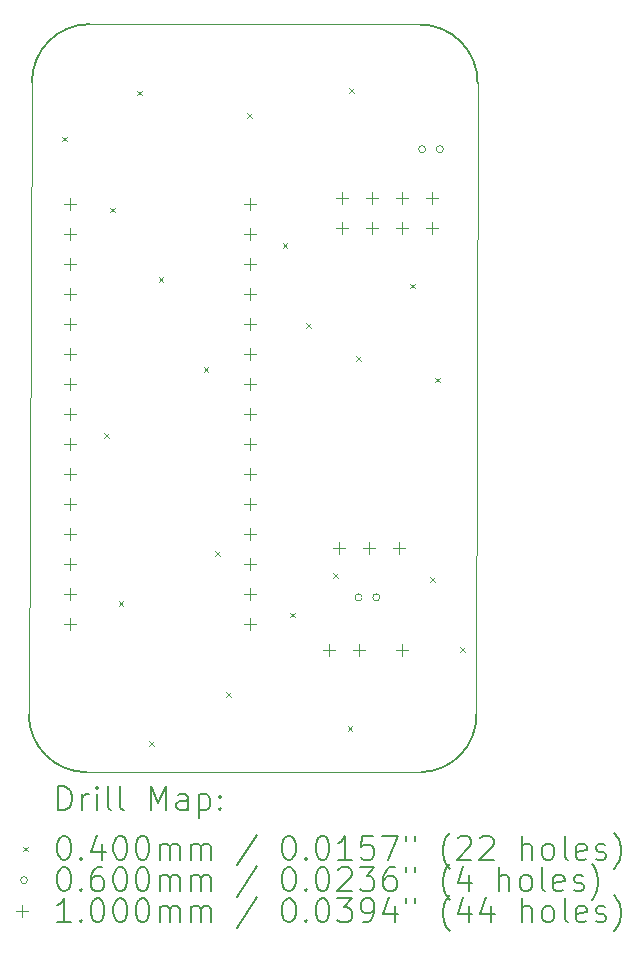
<source format=gbr>
%TF.GenerationSoftware,KiCad,Pcbnew,7.0.7*%
%TF.CreationDate,2023-10-16T17:55:10+02:00*%
%TF.ProjectId,arduino-nano-radio-receiver,61726475-696e-46f2-9d6e-616e6f2d7261,0*%
%TF.SameCoordinates,Original*%
%TF.FileFunction,Drillmap*%
%TF.FilePolarity,Positive*%
%FSLAX45Y45*%
G04 Gerber Fmt 4.5, Leading zero omitted, Abs format (unit mm)*
G04 Created by KiCad (PCBNEW 7.0.7) date 2023-10-16 17:55:10*
%MOMM*%
%LPD*%
G01*
G04 APERTURE LIST*
%ADD10C,0.100000*%
%ADD11C,0.200000*%
%ADD12C,0.040000*%
%ADD13C,0.060000*%
G04 APERTURE END LIST*
D10*
X7920000Y-8950000D02*
X7946482Y-3596482D01*
D11*
X8436482Y-3106482D02*
G75*
G03*
X7946482Y-3596482I0J-490000D01*
G01*
D10*
X8436482Y-3106482D02*
X11230000Y-3109974D01*
X8410000Y-9440000D02*
X11240000Y-9440000D01*
X11720000Y-3605000D02*
X11710008Y-8950400D01*
D11*
X11720000Y-3605000D02*
G75*
G03*
X11230000Y-3109974I-490000J5000D01*
G01*
X7920000Y-8950000D02*
G75*
G03*
X8410000Y-9440000I490000J0D01*
G01*
X11240000Y-9440000D02*
G75*
G03*
X11710008Y-8950400I-10000J480000D01*
G01*
D12*
X8200000Y-4060000D02*
X8240000Y-4100000D01*
X8240000Y-4060000D02*
X8200000Y-4100000D01*
X8560000Y-6570000D02*
X8600000Y-6610000D01*
X8600000Y-6570000D02*
X8560000Y-6610000D01*
X8610000Y-4660000D02*
X8650000Y-4700000D01*
X8650000Y-4660000D02*
X8610000Y-4700000D01*
X8680000Y-7990000D02*
X8720000Y-8030000D01*
X8720000Y-7990000D02*
X8680000Y-8030000D01*
X8840000Y-3670000D02*
X8880000Y-3710000D01*
X8880000Y-3670000D02*
X8840000Y-3710000D01*
X8940000Y-9180000D02*
X8980000Y-9220000D01*
X8980000Y-9180000D02*
X8940000Y-9220000D01*
X9020000Y-5250000D02*
X9060000Y-5290000D01*
X9060000Y-5250000D02*
X9020000Y-5290000D01*
X9400000Y-6010000D02*
X9440000Y-6050000D01*
X9440000Y-6010000D02*
X9400000Y-6050000D01*
X9500000Y-7570000D02*
X9540000Y-7610000D01*
X9540000Y-7570000D02*
X9500000Y-7610000D01*
X9590000Y-8760000D02*
X9630000Y-8800000D01*
X9630000Y-8760000D02*
X9590000Y-8800000D01*
X9770000Y-3860000D02*
X9810000Y-3900000D01*
X9810000Y-3860000D02*
X9770000Y-3900000D01*
X10070000Y-4960000D02*
X10110000Y-5000000D01*
X10110000Y-4960000D02*
X10070000Y-5000000D01*
X10130000Y-8090000D02*
X10170000Y-8130000D01*
X10170000Y-8090000D02*
X10130000Y-8130000D01*
X10270000Y-5640000D02*
X10310000Y-5680000D01*
X10310000Y-5640000D02*
X10270000Y-5680000D01*
X10500000Y-7755000D02*
X10540000Y-7795000D01*
X10540000Y-7755000D02*
X10500000Y-7795000D01*
X10620000Y-9050000D02*
X10660000Y-9090000D01*
X10660000Y-9050000D02*
X10620000Y-9090000D01*
X10630000Y-3650000D02*
X10670000Y-3690000D01*
X10670000Y-3650000D02*
X10630000Y-3690000D01*
X10690000Y-5920000D02*
X10730000Y-5960000D01*
X10730000Y-5920000D02*
X10690000Y-5960000D01*
X11150000Y-5305000D02*
X11190000Y-5345000D01*
X11190000Y-5305000D02*
X11150000Y-5345000D01*
X11317000Y-7790000D02*
X11357000Y-7830000D01*
X11357000Y-7790000D02*
X11317000Y-7830000D01*
X11360000Y-6100000D02*
X11400000Y-6140000D01*
X11400000Y-6100000D02*
X11360000Y-6140000D01*
X11570000Y-8380000D02*
X11610000Y-8420000D01*
X11610000Y-8380000D02*
X11570000Y-8420000D01*
D13*
X10742000Y-7960000D02*
G75*
G03*
X10742000Y-7960000I-30000J0D01*
G01*
X10892000Y-7960000D02*
G75*
G03*
X10892000Y-7960000I-30000J0D01*
G01*
X11280000Y-4165000D02*
G75*
G03*
X11280000Y-4165000I-30000J0D01*
G01*
X11430000Y-4165000D02*
G75*
G03*
X11430000Y-4165000I-30000J0D01*
G01*
D10*
X8266000Y-4580000D02*
X8266000Y-4680000D01*
X8216000Y-4630000D02*
X8316000Y-4630000D01*
X8266000Y-4834000D02*
X8266000Y-4934000D01*
X8216000Y-4884000D02*
X8316000Y-4884000D01*
X8266000Y-5088000D02*
X8266000Y-5188000D01*
X8216000Y-5138000D02*
X8316000Y-5138000D01*
X8266000Y-5342000D02*
X8266000Y-5442000D01*
X8216000Y-5392000D02*
X8316000Y-5392000D01*
X8266000Y-5596000D02*
X8266000Y-5696000D01*
X8216000Y-5646000D02*
X8316000Y-5646000D01*
X8266000Y-5850000D02*
X8266000Y-5950000D01*
X8216000Y-5900000D02*
X8316000Y-5900000D01*
X8266000Y-6104000D02*
X8266000Y-6204000D01*
X8216000Y-6154000D02*
X8316000Y-6154000D01*
X8266000Y-6358000D02*
X8266000Y-6458000D01*
X8216000Y-6408000D02*
X8316000Y-6408000D01*
X8266000Y-6612000D02*
X8266000Y-6712000D01*
X8216000Y-6662000D02*
X8316000Y-6662000D01*
X8266000Y-6866000D02*
X8266000Y-6966000D01*
X8216000Y-6916000D02*
X8316000Y-6916000D01*
X8266000Y-7120000D02*
X8266000Y-7220000D01*
X8216000Y-7170000D02*
X8316000Y-7170000D01*
X8266000Y-7374000D02*
X8266000Y-7474000D01*
X8216000Y-7424000D02*
X8316000Y-7424000D01*
X8266000Y-7628000D02*
X8266000Y-7728000D01*
X8216000Y-7678000D02*
X8316000Y-7678000D01*
X8266000Y-7882000D02*
X8266000Y-7982000D01*
X8216000Y-7932000D02*
X8316000Y-7932000D01*
X8266000Y-8136000D02*
X8266000Y-8236000D01*
X8216000Y-8186000D02*
X8316000Y-8186000D01*
X9790000Y-4580000D02*
X9790000Y-4680000D01*
X9740000Y-4630000D02*
X9840000Y-4630000D01*
X9790000Y-4834000D02*
X9790000Y-4934000D01*
X9740000Y-4884000D02*
X9840000Y-4884000D01*
X9790000Y-5088000D02*
X9790000Y-5188000D01*
X9740000Y-5138000D02*
X9840000Y-5138000D01*
X9790000Y-5342000D02*
X9790000Y-5442000D01*
X9740000Y-5392000D02*
X9840000Y-5392000D01*
X9790000Y-5596000D02*
X9790000Y-5696000D01*
X9740000Y-5646000D02*
X9840000Y-5646000D01*
X9790000Y-5850000D02*
X9790000Y-5950000D01*
X9740000Y-5900000D02*
X9840000Y-5900000D01*
X9790000Y-6104000D02*
X9790000Y-6204000D01*
X9740000Y-6154000D02*
X9840000Y-6154000D01*
X9790000Y-6358000D02*
X9790000Y-6458000D01*
X9740000Y-6408000D02*
X9840000Y-6408000D01*
X9790000Y-6612000D02*
X9790000Y-6712000D01*
X9740000Y-6662000D02*
X9840000Y-6662000D01*
X9790000Y-6866000D02*
X9790000Y-6966000D01*
X9740000Y-6916000D02*
X9840000Y-6916000D01*
X9790000Y-7120000D02*
X9790000Y-7220000D01*
X9740000Y-7170000D02*
X9840000Y-7170000D01*
X9790000Y-7374000D02*
X9790000Y-7474000D01*
X9740000Y-7424000D02*
X9840000Y-7424000D01*
X9790000Y-7628000D02*
X9790000Y-7728000D01*
X9740000Y-7678000D02*
X9840000Y-7678000D01*
X9790000Y-7882000D02*
X9790000Y-7982000D01*
X9740000Y-7932000D02*
X9840000Y-7932000D01*
X9790000Y-8136000D02*
X9790000Y-8236000D01*
X9740000Y-8186000D02*
X9840000Y-8186000D01*
X10460000Y-8355000D02*
X10460000Y-8455000D01*
X10410000Y-8405000D02*
X10510000Y-8405000D01*
X10547000Y-7490000D02*
X10547000Y-7590000D01*
X10497000Y-7540000D02*
X10597000Y-7540000D01*
X10570000Y-4530000D02*
X10570000Y-4630000D01*
X10520000Y-4580000D02*
X10620000Y-4580000D01*
X10570000Y-4784000D02*
X10570000Y-4884000D01*
X10520000Y-4834000D02*
X10620000Y-4834000D01*
X10714000Y-8355000D02*
X10714000Y-8455000D01*
X10664000Y-8405000D02*
X10764000Y-8405000D01*
X10801000Y-7490000D02*
X10801000Y-7590000D01*
X10751000Y-7540000D02*
X10851000Y-7540000D01*
X10824000Y-4530000D02*
X10824000Y-4630000D01*
X10774000Y-4580000D02*
X10874000Y-4580000D01*
X10824000Y-4784000D02*
X10824000Y-4884000D01*
X10774000Y-4834000D02*
X10874000Y-4834000D01*
X11055000Y-7490000D02*
X11055000Y-7590000D01*
X11005000Y-7540000D02*
X11105000Y-7540000D01*
X11078000Y-4530000D02*
X11078000Y-4630000D01*
X11028000Y-4580000D02*
X11128000Y-4580000D01*
X11078000Y-4784000D02*
X11078000Y-4884000D01*
X11028000Y-4834000D02*
X11128000Y-4834000D01*
X11080000Y-8355000D02*
X11080000Y-8455000D01*
X11030000Y-8405000D02*
X11130000Y-8405000D01*
X11332000Y-4530000D02*
X11332000Y-4630000D01*
X11282000Y-4580000D02*
X11382000Y-4580000D01*
X11332000Y-4784000D02*
X11332000Y-4884000D01*
X11282000Y-4834000D02*
X11382000Y-4834000D01*
D11*
X8170777Y-9761484D02*
X8170777Y-9561484D01*
X8170777Y-9561484D02*
X8218396Y-9561484D01*
X8218396Y-9561484D02*
X8246967Y-9571008D01*
X8246967Y-9571008D02*
X8266015Y-9590055D01*
X8266015Y-9590055D02*
X8275539Y-9609103D01*
X8275539Y-9609103D02*
X8285062Y-9647198D01*
X8285062Y-9647198D02*
X8285062Y-9675770D01*
X8285062Y-9675770D02*
X8275539Y-9713865D01*
X8275539Y-9713865D02*
X8266015Y-9732912D01*
X8266015Y-9732912D02*
X8246967Y-9751960D01*
X8246967Y-9751960D02*
X8218396Y-9761484D01*
X8218396Y-9761484D02*
X8170777Y-9761484D01*
X8370777Y-9761484D02*
X8370777Y-9628150D01*
X8370777Y-9666246D02*
X8380301Y-9647198D01*
X8380301Y-9647198D02*
X8389824Y-9637674D01*
X8389824Y-9637674D02*
X8408872Y-9628150D01*
X8408872Y-9628150D02*
X8427920Y-9628150D01*
X8494586Y-9761484D02*
X8494586Y-9628150D01*
X8494586Y-9561484D02*
X8485063Y-9571008D01*
X8485063Y-9571008D02*
X8494586Y-9580531D01*
X8494586Y-9580531D02*
X8504110Y-9571008D01*
X8504110Y-9571008D02*
X8494586Y-9561484D01*
X8494586Y-9561484D02*
X8494586Y-9580531D01*
X8618396Y-9761484D02*
X8599348Y-9751960D01*
X8599348Y-9751960D02*
X8589824Y-9732912D01*
X8589824Y-9732912D02*
X8589824Y-9561484D01*
X8723158Y-9761484D02*
X8704110Y-9751960D01*
X8704110Y-9751960D02*
X8694586Y-9732912D01*
X8694586Y-9732912D02*
X8694586Y-9561484D01*
X8951729Y-9761484D02*
X8951729Y-9561484D01*
X8951729Y-9561484D02*
X9018396Y-9704341D01*
X9018396Y-9704341D02*
X9085063Y-9561484D01*
X9085063Y-9561484D02*
X9085063Y-9761484D01*
X9266015Y-9761484D02*
X9266015Y-9656722D01*
X9266015Y-9656722D02*
X9256491Y-9637674D01*
X9256491Y-9637674D02*
X9237444Y-9628150D01*
X9237444Y-9628150D02*
X9199348Y-9628150D01*
X9199348Y-9628150D02*
X9180301Y-9637674D01*
X9266015Y-9751960D02*
X9246967Y-9761484D01*
X9246967Y-9761484D02*
X9199348Y-9761484D01*
X9199348Y-9761484D02*
X9180301Y-9751960D01*
X9180301Y-9751960D02*
X9170777Y-9732912D01*
X9170777Y-9732912D02*
X9170777Y-9713865D01*
X9170777Y-9713865D02*
X9180301Y-9694817D01*
X9180301Y-9694817D02*
X9199348Y-9685293D01*
X9199348Y-9685293D02*
X9246967Y-9685293D01*
X9246967Y-9685293D02*
X9266015Y-9675770D01*
X9361253Y-9628150D02*
X9361253Y-9828150D01*
X9361253Y-9637674D02*
X9380301Y-9628150D01*
X9380301Y-9628150D02*
X9418396Y-9628150D01*
X9418396Y-9628150D02*
X9437444Y-9637674D01*
X9437444Y-9637674D02*
X9446967Y-9647198D01*
X9446967Y-9647198D02*
X9456491Y-9666246D01*
X9456491Y-9666246D02*
X9456491Y-9723389D01*
X9456491Y-9723389D02*
X9446967Y-9742436D01*
X9446967Y-9742436D02*
X9437444Y-9751960D01*
X9437444Y-9751960D02*
X9418396Y-9761484D01*
X9418396Y-9761484D02*
X9380301Y-9761484D01*
X9380301Y-9761484D02*
X9361253Y-9751960D01*
X9542205Y-9742436D02*
X9551729Y-9751960D01*
X9551729Y-9751960D02*
X9542205Y-9761484D01*
X9542205Y-9761484D02*
X9532682Y-9751960D01*
X9532682Y-9751960D02*
X9542205Y-9742436D01*
X9542205Y-9742436D02*
X9542205Y-9761484D01*
X9542205Y-9637674D02*
X9551729Y-9647198D01*
X9551729Y-9647198D02*
X9542205Y-9656722D01*
X9542205Y-9656722D02*
X9532682Y-9647198D01*
X9532682Y-9647198D02*
X9542205Y-9637674D01*
X9542205Y-9637674D02*
X9542205Y-9656722D01*
D12*
X7870000Y-10070000D02*
X7910000Y-10110000D01*
X7910000Y-10070000D02*
X7870000Y-10110000D01*
D11*
X8208872Y-9981484D02*
X8227920Y-9981484D01*
X8227920Y-9981484D02*
X8246967Y-9991008D01*
X8246967Y-9991008D02*
X8256491Y-10000531D01*
X8256491Y-10000531D02*
X8266015Y-10019579D01*
X8266015Y-10019579D02*
X8275539Y-10057674D01*
X8275539Y-10057674D02*
X8275539Y-10105293D01*
X8275539Y-10105293D02*
X8266015Y-10143389D01*
X8266015Y-10143389D02*
X8256491Y-10162436D01*
X8256491Y-10162436D02*
X8246967Y-10171960D01*
X8246967Y-10171960D02*
X8227920Y-10181484D01*
X8227920Y-10181484D02*
X8208872Y-10181484D01*
X8208872Y-10181484D02*
X8189824Y-10171960D01*
X8189824Y-10171960D02*
X8180301Y-10162436D01*
X8180301Y-10162436D02*
X8170777Y-10143389D01*
X8170777Y-10143389D02*
X8161253Y-10105293D01*
X8161253Y-10105293D02*
X8161253Y-10057674D01*
X8161253Y-10057674D02*
X8170777Y-10019579D01*
X8170777Y-10019579D02*
X8180301Y-10000531D01*
X8180301Y-10000531D02*
X8189824Y-9991008D01*
X8189824Y-9991008D02*
X8208872Y-9981484D01*
X8361253Y-10162436D02*
X8370777Y-10171960D01*
X8370777Y-10171960D02*
X8361253Y-10181484D01*
X8361253Y-10181484D02*
X8351729Y-10171960D01*
X8351729Y-10171960D02*
X8361253Y-10162436D01*
X8361253Y-10162436D02*
X8361253Y-10181484D01*
X8542205Y-10048150D02*
X8542205Y-10181484D01*
X8494586Y-9971960D02*
X8446967Y-10114817D01*
X8446967Y-10114817D02*
X8570777Y-10114817D01*
X8685063Y-9981484D02*
X8704110Y-9981484D01*
X8704110Y-9981484D02*
X8723158Y-9991008D01*
X8723158Y-9991008D02*
X8732682Y-10000531D01*
X8732682Y-10000531D02*
X8742205Y-10019579D01*
X8742205Y-10019579D02*
X8751729Y-10057674D01*
X8751729Y-10057674D02*
X8751729Y-10105293D01*
X8751729Y-10105293D02*
X8742205Y-10143389D01*
X8742205Y-10143389D02*
X8732682Y-10162436D01*
X8732682Y-10162436D02*
X8723158Y-10171960D01*
X8723158Y-10171960D02*
X8704110Y-10181484D01*
X8704110Y-10181484D02*
X8685063Y-10181484D01*
X8685063Y-10181484D02*
X8666015Y-10171960D01*
X8666015Y-10171960D02*
X8656491Y-10162436D01*
X8656491Y-10162436D02*
X8646967Y-10143389D01*
X8646967Y-10143389D02*
X8637444Y-10105293D01*
X8637444Y-10105293D02*
X8637444Y-10057674D01*
X8637444Y-10057674D02*
X8646967Y-10019579D01*
X8646967Y-10019579D02*
X8656491Y-10000531D01*
X8656491Y-10000531D02*
X8666015Y-9991008D01*
X8666015Y-9991008D02*
X8685063Y-9981484D01*
X8875539Y-9981484D02*
X8894586Y-9981484D01*
X8894586Y-9981484D02*
X8913634Y-9991008D01*
X8913634Y-9991008D02*
X8923158Y-10000531D01*
X8923158Y-10000531D02*
X8932682Y-10019579D01*
X8932682Y-10019579D02*
X8942205Y-10057674D01*
X8942205Y-10057674D02*
X8942205Y-10105293D01*
X8942205Y-10105293D02*
X8932682Y-10143389D01*
X8932682Y-10143389D02*
X8923158Y-10162436D01*
X8923158Y-10162436D02*
X8913634Y-10171960D01*
X8913634Y-10171960D02*
X8894586Y-10181484D01*
X8894586Y-10181484D02*
X8875539Y-10181484D01*
X8875539Y-10181484D02*
X8856491Y-10171960D01*
X8856491Y-10171960D02*
X8846967Y-10162436D01*
X8846967Y-10162436D02*
X8837444Y-10143389D01*
X8837444Y-10143389D02*
X8827920Y-10105293D01*
X8827920Y-10105293D02*
X8827920Y-10057674D01*
X8827920Y-10057674D02*
X8837444Y-10019579D01*
X8837444Y-10019579D02*
X8846967Y-10000531D01*
X8846967Y-10000531D02*
X8856491Y-9991008D01*
X8856491Y-9991008D02*
X8875539Y-9981484D01*
X9027920Y-10181484D02*
X9027920Y-10048150D01*
X9027920Y-10067198D02*
X9037444Y-10057674D01*
X9037444Y-10057674D02*
X9056491Y-10048150D01*
X9056491Y-10048150D02*
X9085063Y-10048150D01*
X9085063Y-10048150D02*
X9104110Y-10057674D01*
X9104110Y-10057674D02*
X9113634Y-10076722D01*
X9113634Y-10076722D02*
X9113634Y-10181484D01*
X9113634Y-10076722D02*
X9123158Y-10057674D01*
X9123158Y-10057674D02*
X9142205Y-10048150D01*
X9142205Y-10048150D02*
X9170777Y-10048150D01*
X9170777Y-10048150D02*
X9189825Y-10057674D01*
X9189825Y-10057674D02*
X9199348Y-10076722D01*
X9199348Y-10076722D02*
X9199348Y-10181484D01*
X9294586Y-10181484D02*
X9294586Y-10048150D01*
X9294586Y-10067198D02*
X9304110Y-10057674D01*
X9304110Y-10057674D02*
X9323158Y-10048150D01*
X9323158Y-10048150D02*
X9351729Y-10048150D01*
X9351729Y-10048150D02*
X9370777Y-10057674D01*
X9370777Y-10057674D02*
X9380301Y-10076722D01*
X9380301Y-10076722D02*
X9380301Y-10181484D01*
X9380301Y-10076722D02*
X9389825Y-10057674D01*
X9389825Y-10057674D02*
X9408872Y-10048150D01*
X9408872Y-10048150D02*
X9437444Y-10048150D01*
X9437444Y-10048150D02*
X9456491Y-10057674D01*
X9456491Y-10057674D02*
X9466015Y-10076722D01*
X9466015Y-10076722D02*
X9466015Y-10181484D01*
X9856491Y-9971960D02*
X9685063Y-10229103D01*
X10113634Y-9981484D02*
X10132682Y-9981484D01*
X10132682Y-9981484D02*
X10151729Y-9991008D01*
X10151729Y-9991008D02*
X10161253Y-10000531D01*
X10161253Y-10000531D02*
X10170777Y-10019579D01*
X10170777Y-10019579D02*
X10180301Y-10057674D01*
X10180301Y-10057674D02*
X10180301Y-10105293D01*
X10180301Y-10105293D02*
X10170777Y-10143389D01*
X10170777Y-10143389D02*
X10161253Y-10162436D01*
X10161253Y-10162436D02*
X10151729Y-10171960D01*
X10151729Y-10171960D02*
X10132682Y-10181484D01*
X10132682Y-10181484D02*
X10113634Y-10181484D01*
X10113634Y-10181484D02*
X10094587Y-10171960D01*
X10094587Y-10171960D02*
X10085063Y-10162436D01*
X10085063Y-10162436D02*
X10075539Y-10143389D01*
X10075539Y-10143389D02*
X10066015Y-10105293D01*
X10066015Y-10105293D02*
X10066015Y-10057674D01*
X10066015Y-10057674D02*
X10075539Y-10019579D01*
X10075539Y-10019579D02*
X10085063Y-10000531D01*
X10085063Y-10000531D02*
X10094587Y-9991008D01*
X10094587Y-9991008D02*
X10113634Y-9981484D01*
X10266015Y-10162436D02*
X10275539Y-10171960D01*
X10275539Y-10171960D02*
X10266015Y-10181484D01*
X10266015Y-10181484D02*
X10256491Y-10171960D01*
X10256491Y-10171960D02*
X10266015Y-10162436D01*
X10266015Y-10162436D02*
X10266015Y-10181484D01*
X10399348Y-9981484D02*
X10418396Y-9981484D01*
X10418396Y-9981484D02*
X10437444Y-9991008D01*
X10437444Y-9991008D02*
X10446968Y-10000531D01*
X10446968Y-10000531D02*
X10456491Y-10019579D01*
X10456491Y-10019579D02*
X10466015Y-10057674D01*
X10466015Y-10057674D02*
X10466015Y-10105293D01*
X10466015Y-10105293D02*
X10456491Y-10143389D01*
X10456491Y-10143389D02*
X10446968Y-10162436D01*
X10446968Y-10162436D02*
X10437444Y-10171960D01*
X10437444Y-10171960D02*
X10418396Y-10181484D01*
X10418396Y-10181484D02*
X10399348Y-10181484D01*
X10399348Y-10181484D02*
X10380301Y-10171960D01*
X10380301Y-10171960D02*
X10370777Y-10162436D01*
X10370777Y-10162436D02*
X10361253Y-10143389D01*
X10361253Y-10143389D02*
X10351729Y-10105293D01*
X10351729Y-10105293D02*
X10351729Y-10057674D01*
X10351729Y-10057674D02*
X10361253Y-10019579D01*
X10361253Y-10019579D02*
X10370777Y-10000531D01*
X10370777Y-10000531D02*
X10380301Y-9991008D01*
X10380301Y-9991008D02*
X10399348Y-9981484D01*
X10656491Y-10181484D02*
X10542206Y-10181484D01*
X10599348Y-10181484D02*
X10599348Y-9981484D01*
X10599348Y-9981484D02*
X10580301Y-10010055D01*
X10580301Y-10010055D02*
X10561253Y-10029103D01*
X10561253Y-10029103D02*
X10542206Y-10038627D01*
X10837444Y-9981484D02*
X10742206Y-9981484D01*
X10742206Y-9981484D02*
X10732682Y-10076722D01*
X10732682Y-10076722D02*
X10742206Y-10067198D01*
X10742206Y-10067198D02*
X10761253Y-10057674D01*
X10761253Y-10057674D02*
X10808872Y-10057674D01*
X10808872Y-10057674D02*
X10827920Y-10067198D01*
X10827920Y-10067198D02*
X10837444Y-10076722D01*
X10837444Y-10076722D02*
X10846968Y-10095770D01*
X10846968Y-10095770D02*
X10846968Y-10143389D01*
X10846968Y-10143389D02*
X10837444Y-10162436D01*
X10837444Y-10162436D02*
X10827920Y-10171960D01*
X10827920Y-10171960D02*
X10808872Y-10181484D01*
X10808872Y-10181484D02*
X10761253Y-10181484D01*
X10761253Y-10181484D02*
X10742206Y-10171960D01*
X10742206Y-10171960D02*
X10732682Y-10162436D01*
X10913634Y-9981484D02*
X11046968Y-9981484D01*
X11046968Y-9981484D02*
X10961253Y-10181484D01*
X11113634Y-9981484D02*
X11113634Y-10019579D01*
X11189825Y-9981484D02*
X11189825Y-10019579D01*
X11485063Y-10257674D02*
X11475539Y-10248150D01*
X11475539Y-10248150D02*
X11456491Y-10219579D01*
X11456491Y-10219579D02*
X11446968Y-10200531D01*
X11446968Y-10200531D02*
X11437444Y-10171960D01*
X11437444Y-10171960D02*
X11427920Y-10124341D01*
X11427920Y-10124341D02*
X11427920Y-10086246D01*
X11427920Y-10086246D02*
X11437444Y-10038627D01*
X11437444Y-10038627D02*
X11446968Y-10010055D01*
X11446968Y-10010055D02*
X11456491Y-9991008D01*
X11456491Y-9991008D02*
X11475539Y-9962436D01*
X11475539Y-9962436D02*
X11485063Y-9952912D01*
X11551729Y-10000531D02*
X11561253Y-9991008D01*
X11561253Y-9991008D02*
X11580301Y-9981484D01*
X11580301Y-9981484D02*
X11627920Y-9981484D01*
X11627920Y-9981484D02*
X11646968Y-9991008D01*
X11646968Y-9991008D02*
X11656491Y-10000531D01*
X11656491Y-10000531D02*
X11666015Y-10019579D01*
X11666015Y-10019579D02*
X11666015Y-10038627D01*
X11666015Y-10038627D02*
X11656491Y-10067198D01*
X11656491Y-10067198D02*
X11542206Y-10181484D01*
X11542206Y-10181484D02*
X11666015Y-10181484D01*
X11742206Y-10000531D02*
X11751729Y-9991008D01*
X11751729Y-9991008D02*
X11770777Y-9981484D01*
X11770777Y-9981484D02*
X11818396Y-9981484D01*
X11818396Y-9981484D02*
X11837444Y-9991008D01*
X11837444Y-9991008D02*
X11846968Y-10000531D01*
X11846968Y-10000531D02*
X11856491Y-10019579D01*
X11856491Y-10019579D02*
X11856491Y-10038627D01*
X11856491Y-10038627D02*
X11846968Y-10067198D01*
X11846968Y-10067198D02*
X11732682Y-10181484D01*
X11732682Y-10181484D02*
X11856491Y-10181484D01*
X12094587Y-10181484D02*
X12094587Y-9981484D01*
X12180301Y-10181484D02*
X12180301Y-10076722D01*
X12180301Y-10076722D02*
X12170777Y-10057674D01*
X12170777Y-10057674D02*
X12151730Y-10048150D01*
X12151730Y-10048150D02*
X12123158Y-10048150D01*
X12123158Y-10048150D02*
X12104110Y-10057674D01*
X12104110Y-10057674D02*
X12094587Y-10067198D01*
X12304110Y-10181484D02*
X12285063Y-10171960D01*
X12285063Y-10171960D02*
X12275539Y-10162436D01*
X12275539Y-10162436D02*
X12266015Y-10143389D01*
X12266015Y-10143389D02*
X12266015Y-10086246D01*
X12266015Y-10086246D02*
X12275539Y-10067198D01*
X12275539Y-10067198D02*
X12285063Y-10057674D01*
X12285063Y-10057674D02*
X12304110Y-10048150D01*
X12304110Y-10048150D02*
X12332682Y-10048150D01*
X12332682Y-10048150D02*
X12351730Y-10057674D01*
X12351730Y-10057674D02*
X12361253Y-10067198D01*
X12361253Y-10067198D02*
X12370777Y-10086246D01*
X12370777Y-10086246D02*
X12370777Y-10143389D01*
X12370777Y-10143389D02*
X12361253Y-10162436D01*
X12361253Y-10162436D02*
X12351730Y-10171960D01*
X12351730Y-10171960D02*
X12332682Y-10181484D01*
X12332682Y-10181484D02*
X12304110Y-10181484D01*
X12485063Y-10181484D02*
X12466015Y-10171960D01*
X12466015Y-10171960D02*
X12456491Y-10152912D01*
X12456491Y-10152912D02*
X12456491Y-9981484D01*
X12637444Y-10171960D02*
X12618396Y-10181484D01*
X12618396Y-10181484D02*
X12580301Y-10181484D01*
X12580301Y-10181484D02*
X12561253Y-10171960D01*
X12561253Y-10171960D02*
X12551730Y-10152912D01*
X12551730Y-10152912D02*
X12551730Y-10076722D01*
X12551730Y-10076722D02*
X12561253Y-10057674D01*
X12561253Y-10057674D02*
X12580301Y-10048150D01*
X12580301Y-10048150D02*
X12618396Y-10048150D01*
X12618396Y-10048150D02*
X12637444Y-10057674D01*
X12637444Y-10057674D02*
X12646968Y-10076722D01*
X12646968Y-10076722D02*
X12646968Y-10095770D01*
X12646968Y-10095770D02*
X12551730Y-10114817D01*
X12723158Y-10171960D02*
X12742206Y-10181484D01*
X12742206Y-10181484D02*
X12780301Y-10181484D01*
X12780301Y-10181484D02*
X12799349Y-10171960D01*
X12799349Y-10171960D02*
X12808872Y-10152912D01*
X12808872Y-10152912D02*
X12808872Y-10143389D01*
X12808872Y-10143389D02*
X12799349Y-10124341D01*
X12799349Y-10124341D02*
X12780301Y-10114817D01*
X12780301Y-10114817D02*
X12751730Y-10114817D01*
X12751730Y-10114817D02*
X12732682Y-10105293D01*
X12732682Y-10105293D02*
X12723158Y-10086246D01*
X12723158Y-10086246D02*
X12723158Y-10076722D01*
X12723158Y-10076722D02*
X12732682Y-10057674D01*
X12732682Y-10057674D02*
X12751730Y-10048150D01*
X12751730Y-10048150D02*
X12780301Y-10048150D01*
X12780301Y-10048150D02*
X12799349Y-10057674D01*
X12875539Y-10257674D02*
X12885063Y-10248150D01*
X12885063Y-10248150D02*
X12904111Y-10219579D01*
X12904111Y-10219579D02*
X12913634Y-10200531D01*
X12913634Y-10200531D02*
X12923158Y-10171960D01*
X12923158Y-10171960D02*
X12932682Y-10124341D01*
X12932682Y-10124341D02*
X12932682Y-10086246D01*
X12932682Y-10086246D02*
X12923158Y-10038627D01*
X12923158Y-10038627D02*
X12913634Y-10010055D01*
X12913634Y-10010055D02*
X12904111Y-9991008D01*
X12904111Y-9991008D02*
X12885063Y-9962436D01*
X12885063Y-9962436D02*
X12875539Y-9952912D01*
D13*
X7910000Y-10354000D02*
G75*
G03*
X7910000Y-10354000I-30000J0D01*
G01*
D11*
X8208872Y-10245484D02*
X8227920Y-10245484D01*
X8227920Y-10245484D02*
X8246967Y-10255008D01*
X8246967Y-10255008D02*
X8256491Y-10264531D01*
X8256491Y-10264531D02*
X8266015Y-10283579D01*
X8266015Y-10283579D02*
X8275539Y-10321674D01*
X8275539Y-10321674D02*
X8275539Y-10369293D01*
X8275539Y-10369293D02*
X8266015Y-10407389D01*
X8266015Y-10407389D02*
X8256491Y-10426436D01*
X8256491Y-10426436D02*
X8246967Y-10435960D01*
X8246967Y-10435960D02*
X8227920Y-10445484D01*
X8227920Y-10445484D02*
X8208872Y-10445484D01*
X8208872Y-10445484D02*
X8189824Y-10435960D01*
X8189824Y-10435960D02*
X8180301Y-10426436D01*
X8180301Y-10426436D02*
X8170777Y-10407389D01*
X8170777Y-10407389D02*
X8161253Y-10369293D01*
X8161253Y-10369293D02*
X8161253Y-10321674D01*
X8161253Y-10321674D02*
X8170777Y-10283579D01*
X8170777Y-10283579D02*
X8180301Y-10264531D01*
X8180301Y-10264531D02*
X8189824Y-10255008D01*
X8189824Y-10255008D02*
X8208872Y-10245484D01*
X8361253Y-10426436D02*
X8370777Y-10435960D01*
X8370777Y-10435960D02*
X8361253Y-10445484D01*
X8361253Y-10445484D02*
X8351729Y-10435960D01*
X8351729Y-10435960D02*
X8361253Y-10426436D01*
X8361253Y-10426436D02*
X8361253Y-10445484D01*
X8542205Y-10245484D02*
X8504110Y-10245484D01*
X8504110Y-10245484D02*
X8485063Y-10255008D01*
X8485063Y-10255008D02*
X8475539Y-10264531D01*
X8475539Y-10264531D02*
X8456491Y-10293103D01*
X8456491Y-10293103D02*
X8446967Y-10331198D01*
X8446967Y-10331198D02*
X8446967Y-10407389D01*
X8446967Y-10407389D02*
X8456491Y-10426436D01*
X8456491Y-10426436D02*
X8466015Y-10435960D01*
X8466015Y-10435960D02*
X8485063Y-10445484D01*
X8485063Y-10445484D02*
X8523158Y-10445484D01*
X8523158Y-10445484D02*
X8542205Y-10435960D01*
X8542205Y-10435960D02*
X8551729Y-10426436D01*
X8551729Y-10426436D02*
X8561253Y-10407389D01*
X8561253Y-10407389D02*
X8561253Y-10359770D01*
X8561253Y-10359770D02*
X8551729Y-10340722D01*
X8551729Y-10340722D02*
X8542205Y-10331198D01*
X8542205Y-10331198D02*
X8523158Y-10321674D01*
X8523158Y-10321674D02*
X8485063Y-10321674D01*
X8485063Y-10321674D02*
X8466015Y-10331198D01*
X8466015Y-10331198D02*
X8456491Y-10340722D01*
X8456491Y-10340722D02*
X8446967Y-10359770D01*
X8685063Y-10245484D02*
X8704110Y-10245484D01*
X8704110Y-10245484D02*
X8723158Y-10255008D01*
X8723158Y-10255008D02*
X8732682Y-10264531D01*
X8732682Y-10264531D02*
X8742205Y-10283579D01*
X8742205Y-10283579D02*
X8751729Y-10321674D01*
X8751729Y-10321674D02*
X8751729Y-10369293D01*
X8751729Y-10369293D02*
X8742205Y-10407389D01*
X8742205Y-10407389D02*
X8732682Y-10426436D01*
X8732682Y-10426436D02*
X8723158Y-10435960D01*
X8723158Y-10435960D02*
X8704110Y-10445484D01*
X8704110Y-10445484D02*
X8685063Y-10445484D01*
X8685063Y-10445484D02*
X8666015Y-10435960D01*
X8666015Y-10435960D02*
X8656491Y-10426436D01*
X8656491Y-10426436D02*
X8646967Y-10407389D01*
X8646967Y-10407389D02*
X8637444Y-10369293D01*
X8637444Y-10369293D02*
X8637444Y-10321674D01*
X8637444Y-10321674D02*
X8646967Y-10283579D01*
X8646967Y-10283579D02*
X8656491Y-10264531D01*
X8656491Y-10264531D02*
X8666015Y-10255008D01*
X8666015Y-10255008D02*
X8685063Y-10245484D01*
X8875539Y-10245484D02*
X8894586Y-10245484D01*
X8894586Y-10245484D02*
X8913634Y-10255008D01*
X8913634Y-10255008D02*
X8923158Y-10264531D01*
X8923158Y-10264531D02*
X8932682Y-10283579D01*
X8932682Y-10283579D02*
X8942205Y-10321674D01*
X8942205Y-10321674D02*
X8942205Y-10369293D01*
X8942205Y-10369293D02*
X8932682Y-10407389D01*
X8932682Y-10407389D02*
X8923158Y-10426436D01*
X8923158Y-10426436D02*
X8913634Y-10435960D01*
X8913634Y-10435960D02*
X8894586Y-10445484D01*
X8894586Y-10445484D02*
X8875539Y-10445484D01*
X8875539Y-10445484D02*
X8856491Y-10435960D01*
X8856491Y-10435960D02*
X8846967Y-10426436D01*
X8846967Y-10426436D02*
X8837444Y-10407389D01*
X8837444Y-10407389D02*
X8827920Y-10369293D01*
X8827920Y-10369293D02*
X8827920Y-10321674D01*
X8827920Y-10321674D02*
X8837444Y-10283579D01*
X8837444Y-10283579D02*
X8846967Y-10264531D01*
X8846967Y-10264531D02*
X8856491Y-10255008D01*
X8856491Y-10255008D02*
X8875539Y-10245484D01*
X9027920Y-10445484D02*
X9027920Y-10312150D01*
X9027920Y-10331198D02*
X9037444Y-10321674D01*
X9037444Y-10321674D02*
X9056491Y-10312150D01*
X9056491Y-10312150D02*
X9085063Y-10312150D01*
X9085063Y-10312150D02*
X9104110Y-10321674D01*
X9104110Y-10321674D02*
X9113634Y-10340722D01*
X9113634Y-10340722D02*
X9113634Y-10445484D01*
X9113634Y-10340722D02*
X9123158Y-10321674D01*
X9123158Y-10321674D02*
X9142205Y-10312150D01*
X9142205Y-10312150D02*
X9170777Y-10312150D01*
X9170777Y-10312150D02*
X9189825Y-10321674D01*
X9189825Y-10321674D02*
X9199348Y-10340722D01*
X9199348Y-10340722D02*
X9199348Y-10445484D01*
X9294586Y-10445484D02*
X9294586Y-10312150D01*
X9294586Y-10331198D02*
X9304110Y-10321674D01*
X9304110Y-10321674D02*
X9323158Y-10312150D01*
X9323158Y-10312150D02*
X9351729Y-10312150D01*
X9351729Y-10312150D02*
X9370777Y-10321674D01*
X9370777Y-10321674D02*
X9380301Y-10340722D01*
X9380301Y-10340722D02*
X9380301Y-10445484D01*
X9380301Y-10340722D02*
X9389825Y-10321674D01*
X9389825Y-10321674D02*
X9408872Y-10312150D01*
X9408872Y-10312150D02*
X9437444Y-10312150D01*
X9437444Y-10312150D02*
X9456491Y-10321674D01*
X9456491Y-10321674D02*
X9466015Y-10340722D01*
X9466015Y-10340722D02*
X9466015Y-10445484D01*
X9856491Y-10235960D02*
X9685063Y-10493103D01*
X10113634Y-10245484D02*
X10132682Y-10245484D01*
X10132682Y-10245484D02*
X10151729Y-10255008D01*
X10151729Y-10255008D02*
X10161253Y-10264531D01*
X10161253Y-10264531D02*
X10170777Y-10283579D01*
X10170777Y-10283579D02*
X10180301Y-10321674D01*
X10180301Y-10321674D02*
X10180301Y-10369293D01*
X10180301Y-10369293D02*
X10170777Y-10407389D01*
X10170777Y-10407389D02*
X10161253Y-10426436D01*
X10161253Y-10426436D02*
X10151729Y-10435960D01*
X10151729Y-10435960D02*
X10132682Y-10445484D01*
X10132682Y-10445484D02*
X10113634Y-10445484D01*
X10113634Y-10445484D02*
X10094587Y-10435960D01*
X10094587Y-10435960D02*
X10085063Y-10426436D01*
X10085063Y-10426436D02*
X10075539Y-10407389D01*
X10075539Y-10407389D02*
X10066015Y-10369293D01*
X10066015Y-10369293D02*
X10066015Y-10321674D01*
X10066015Y-10321674D02*
X10075539Y-10283579D01*
X10075539Y-10283579D02*
X10085063Y-10264531D01*
X10085063Y-10264531D02*
X10094587Y-10255008D01*
X10094587Y-10255008D02*
X10113634Y-10245484D01*
X10266015Y-10426436D02*
X10275539Y-10435960D01*
X10275539Y-10435960D02*
X10266015Y-10445484D01*
X10266015Y-10445484D02*
X10256491Y-10435960D01*
X10256491Y-10435960D02*
X10266015Y-10426436D01*
X10266015Y-10426436D02*
X10266015Y-10445484D01*
X10399348Y-10245484D02*
X10418396Y-10245484D01*
X10418396Y-10245484D02*
X10437444Y-10255008D01*
X10437444Y-10255008D02*
X10446968Y-10264531D01*
X10446968Y-10264531D02*
X10456491Y-10283579D01*
X10456491Y-10283579D02*
X10466015Y-10321674D01*
X10466015Y-10321674D02*
X10466015Y-10369293D01*
X10466015Y-10369293D02*
X10456491Y-10407389D01*
X10456491Y-10407389D02*
X10446968Y-10426436D01*
X10446968Y-10426436D02*
X10437444Y-10435960D01*
X10437444Y-10435960D02*
X10418396Y-10445484D01*
X10418396Y-10445484D02*
X10399348Y-10445484D01*
X10399348Y-10445484D02*
X10380301Y-10435960D01*
X10380301Y-10435960D02*
X10370777Y-10426436D01*
X10370777Y-10426436D02*
X10361253Y-10407389D01*
X10361253Y-10407389D02*
X10351729Y-10369293D01*
X10351729Y-10369293D02*
X10351729Y-10321674D01*
X10351729Y-10321674D02*
X10361253Y-10283579D01*
X10361253Y-10283579D02*
X10370777Y-10264531D01*
X10370777Y-10264531D02*
X10380301Y-10255008D01*
X10380301Y-10255008D02*
X10399348Y-10245484D01*
X10542206Y-10264531D02*
X10551729Y-10255008D01*
X10551729Y-10255008D02*
X10570777Y-10245484D01*
X10570777Y-10245484D02*
X10618396Y-10245484D01*
X10618396Y-10245484D02*
X10637444Y-10255008D01*
X10637444Y-10255008D02*
X10646968Y-10264531D01*
X10646968Y-10264531D02*
X10656491Y-10283579D01*
X10656491Y-10283579D02*
X10656491Y-10302627D01*
X10656491Y-10302627D02*
X10646968Y-10331198D01*
X10646968Y-10331198D02*
X10532682Y-10445484D01*
X10532682Y-10445484D02*
X10656491Y-10445484D01*
X10723158Y-10245484D02*
X10846968Y-10245484D01*
X10846968Y-10245484D02*
X10780301Y-10321674D01*
X10780301Y-10321674D02*
X10808872Y-10321674D01*
X10808872Y-10321674D02*
X10827920Y-10331198D01*
X10827920Y-10331198D02*
X10837444Y-10340722D01*
X10837444Y-10340722D02*
X10846968Y-10359770D01*
X10846968Y-10359770D02*
X10846968Y-10407389D01*
X10846968Y-10407389D02*
X10837444Y-10426436D01*
X10837444Y-10426436D02*
X10827920Y-10435960D01*
X10827920Y-10435960D02*
X10808872Y-10445484D01*
X10808872Y-10445484D02*
X10751729Y-10445484D01*
X10751729Y-10445484D02*
X10732682Y-10435960D01*
X10732682Y-10435960D02*
X10723158Y-10426436D01*
X11018396Y-10245484D02*
X10980301Y-10245484D01*
X10980301Y-10245484D02*
X10961253Y-10255008D01*
X10961253Y-10255008D02*
X10951729Y-10264531D01*
X10951729Y-10264531D02*
X10932682Y-10293103D01*
X10932682Y-10293103D02*
X10923158Y-10331198D01*
X10923158Y-10331198D02*
X10923158Y-10407389D01*
X10923158Y-10407389D02*
X10932682Y-10426436D01*
X10932682Y-10426436D02*
X10942206Y-10435960D01*
X10942206Y-10435960D02*
X10961253Y-10445484D01*
X10961253Y-10445484D02*
X10999349Y-10445484D01*
X10999349Y-10445484D02*
X11018396Y-10435960D01*
X11018396Y-10435960D02*
X11027920Y-10426436D01*
X11027920Y-10426436D02*
X11037444Y-10407389D01*
X11037444Y-10407389D02*
X11037444Y-10359770D01*
X11037444Y-10359770D02*
X11027920Y-10340722D01*
X11027920Y-10340722D02*
X11018396Y-10331198D01*
X11018396Y-10331198D02*
X10999349Y-10321674D01*
X10999349Y-10321674D02*
X10961253Y-10321674D01*
X10961253Y-10321674D02*
X10942206Y-10331198D01*
X10942206Y-10331198D02*
X10932682Y-10340722D01*
X10932682Y-10340722D02*
X10923158Y-10359770D01*
X11113634Y-10245484D02*
X11113634Y-10283579D01*
X11189825Y-10245484D02*
X11189825Y-10283579D01*
X11485063Y-10521674D02*
X11475539Y-10512150D01*
X11475539Y-10512150D02*
X11456491Y-10483579D01*
X11456491Y-10483579D02*
X11446968Y-10464531D01*
X11446968Y-10464531D02*
X11437444Y-10435960D01*
X11437444Y-10435960D02*
X11427920Y-10388341D01*
X11427920Y-10388341D02*
X11427920Y-10350246D01*
X11427920Y-10350246D02*
X11437444Y-10302627D01*
X11437444Y-10302627D02*
X11446968Y-10274055D01*
X11446968Y-10274055D02*
X11456491Y-10255008D01*
X11456491Y-10255008D02*
X11475539Y-10226436D01*
X11475539Y-10226436D02*
X11485063Y-10216912D01*
X11646968Y-10312150D02*
X11646968Y-10445484D01*
X11599348Y-10235960D02*
X11551729Y-10378817D01*
X11551729Y-10378817D02*
X11675539Y-10378817D01*
X11904110Y-10445484D02*
X11904110Y-10245484D01*
X11989825Y-10445484D02*
X11989825Y-10340722D01*
X11989825Y-10340722D02*
X11980301Y-10321674D01*
X11980301Y-10321674D02*
X11961253Y-10312150D01*
X11961253Y-10312150D02*
X11932682Y-10312150D01*
X11932682Y-10312150D02*
X11913634Y-10321674D01*
X11913634Y-10321674D02*
X11904110Y-10331198D01*
X12113634Y-10445484D02*
X12094587Y-10435960D01*
X12094587Y-10435960D02*
X12085063Y-10426436D01*
X12085063Y-10426436D02*
X12075539Y-10407389D01*
X12075539Y-10407389D02*
X12075539Y-10350246D01*
X12075539Y-10350246D02*
X12085063Y-10331198D01*
X12085063Y-10331198D02*
X12094587Y-10321674D01*
X12094587Y-10321674D02*
X12113634Y-10312150D01*
X12113634Y-10312150D02*
X12142206Y-10312150D01*
X12142206Y-10312150D02*
X12161253Y-10321674D01*
X12161253Y-10321674D02*
X12170777Y-10331198D01*
X12170777Y-10331198D02*
X12180301Y-10350246D01*
X12180301Y-10350246D02*
X12180301Y-10407389D01*
X12180301Y-10407389D02*
X12170777Y-10426436D01*
X12170777Y-10426436D02*
X12161253Y-10435960D01*
X12161253Y-10435960D02*
X12142206Y-10445484D01*
X12142206Y-10445484D02*
X12113634Y-10445484D01*
X12294587Y-10445484D02*
X12275539Y-10435960D01*
X12275539Y-10435960D02*
X12266015Y-10416912D01*
X12266015Y-10416912D02*
X12266015Y-10245484D01*
X12446968Y-10435960D02*
X12427920Y-10445484D01*
X12427920Y-10445484D02*
X12389825Y-10445484D01*
X12389825Y-10445484D02*
X12370777Y-10435960D01*
X12370777Y-10435960D02*
X12361253Y-10416912D01*
X12361253Y-10416912D02*
X12361253Y-10340722D01*
X12361253Y-10340722D02*
X12370777Y-10321674D01*
X12370777Y-10321674D02*
X12389825Y-10312150D01*
X12389825Y-10312150D02*
X12427920Y-10312150D01*
X12427920Y-10312150D02*
X12446968Y-10321674D01*
X12446968Y-10321674D02*
X12456491Y-10340722D01*
X12456491Y-10340722D02*
X12456491Y-10359770D01*
X12456491Y-10359770D02*
X12361253Y-10378817D01*
X12532682Y-10435960D02*
X12551730Y-10445484D01*
X12551730Y-10445484D02*
X12589825Y-10445484D01*
X12589825Y-10445484D02*
X12608872Y-10435960D01*
X12608872Y-10435960D02*
X12618396Y-10416912D01*
X12618396Y-10416912D02*
X12618396Y-10407389D01*
X12618396Y-10407389D02*
X12608872Y-10388341D01*
X12608872Y-10388341D02*
X12589825Y-10378817D01*
X12589825Y-10378817D02*
X12561253Y-10378817D01*
X12561253Y-10378817D02*
X12542206Y-10369293D01*
X12542206Y-10369293D02*
X12532682Y-10350246D01*
X12532682Y-10350246D02*
X12532682Y-10340722D01*
X12532682Y-10340722D02*
X12542206Y-10321674D01*
X12542206Y-10321674D02*
X12561253Y-10312150D01*
X12561253Y-10312150D02*
X12589825Y-10312150D01*
X12589825Y-10312150D02*
X12608872Y-10321674D01*
X12685063Y-10521674D02*
X12694587Y-10512150D01*
X12694587Y-10512150D02*
X12713634Y-10483579D01*
X12713634Y-10483579D02*
X12723158Y-10464531D01*
X12723158Y-10464531D02*
X12732682Y-10435960D01*
X12732682Y-10435960D02*
X12742206Y-10388341D01*
X12742206Y-10388341D02*
X12742206Y-10350246D01*
X12742206Y-10350246D02*
X12732682Y-10302627D01*
X12732682Y-10302627D02*
X12723158Y-10274055D01*
X12723158Y-10274055D02*
X12713634Y-10255008D01*
X12713634Y-10255008D02*
X12694587Y-10226436D01*
X12694587Y-10226436D02*
X12685063Y-10216912D01*
D10*
X7860000Y-10568000D02*
X7860000Y-10668000D01*
X7810000Y-10618000D02*
X7910000Y-10618000D01*
D11*
X8275539Y-10709484D02*
X8161253Y-10709484D01*
X8218396Y-10709484D02*
X8218396Y-10509484D01*
X8218396Y-10509484D02*
X8199348Y-10538055D01*
X8199348Y-10538055D02*
X8180301Y-10557103D01*
X8180301Y-10557103D02*
X8161253Y-10566627D01*
X8361253Y-10690436D02*
X8370777Y-10699960D01*
X8370777Y-10699960D02*
X8361253Y-10709484D01*
X8361253Y-10709484D02*
X8351729Y-10699960D01*
X8351729Y-10699960D02*
X8361253Y-10690436D01*
X8361253Y-10690436D02*
X8361253Y-10709484D01*
X8494586Y-10509484D02*
X8513634Y-10509484D01*
X8513634Y-10509484D02*
X8532682Y-10519008D01*
X8532682Y-10519008D02*
X8542205Y-10528531D01*
X8542205Y-10528531D02*
X8551729Y-10547579D01*
X8551729Y-10547579D02*
X8561253Y-10585674D01*
X8561253Y-10585674D02*
X8561253Y-10633293D01*
X8561253Y-10633293D02*
X8551729Y-10671389D01*
X8551729Y-10671389D02*
X8542205Y-10690436D01*
X8542205Y-10690436D02*
X8532682Y-10699960D01*
X8532682Y-10699960D02*
X8513634Y-10709484D01*
X8513634Y-10709484D02*
X8494586Y-10709484D01*
X8494586Y-10709484D02*
X8475539Y-10699960D01*
X8475539Y-10699960D02*
X8466015Y-10690436D01*
X8466015Y-10690436D02*
X8456491Y-10671389D01*
X8456491Y-10671389D02*
X8446967Y-10633293D01*
X8446967Y-10633293D02*
X8446967Y-10585674D01*
X8446967Y-10585674D02*
X8456491Y-10547579D01*
X8456491Y-10547579D02*
X8466015Y-10528531D01*
X8466015Y-10528531D02*
X8475539Y-10519008D01*
X8475539Y-10519008D02*
X8494586Y-10509484D01*
X8685063Y-10509484D02*
X8704110Y-10509484D01*
X8704110Y-10509484D02*
X8723158Y-10519008D01*
X8723158Y-10519008D02*
X8732682Y-10528531D01*
X8732682Y-10528531D02*
X8742205Y-10547579D01*
X8742205Y-10547579D02*
X8751729Y-10585674D01*
X8751729Y-10585674D02*
X8751729Y-10633293D01*
X8751729Y-10633293D02*
X8742205Y-10671389D01*
X8742205Y-10671389D02*
X8732682Y-10690436D01*
X8732682Y-10690436D02*
X8723158Y-10699960D01*
X8723158Y-10699960D02*
X8704110Y-10709484D01*
X8704110Y-10709484D02*
X8685063Y-10709484D01*
X8685063Y-10709484D02*
X8666015Y-10699960D01*
X8666015Y-10699960D02*
X8656491Y-10690436D01*
X8656491Y-10690436D02*
X8646967Y-10671389D01*
X8646967Y-10671389D02*
X8637444Y-10633293D01*
X8637444Y-10633293D02*
X8637444Y-10585674D01*
X8637444Y-10585674D02*
X8646967Y-10547579D01*
X8646967Y-10547579D02*
X8656491Y-10528531D01*
X8656491Y-10528531D02*
X8666015Y-10519008D01*
X8666015Y-10519008D02*
X8685063Y-10509484D01*
X8875539Y-10509484D02*
X8894586Y-10509484D01*
X8894586Y-10509484D02*
X8913634Y-10519008D01*
X8913634Y-10519008D02*
X8923158Y-10528531D01*
X8923158Y-10528531D02*
X8932682Y-10547579D01*
X8932682Y-10547579D02*
X8942205Y-10585674D01*
X8942205Y-10585674D02*
X8942205Y-10633293D01*
X8942205Y-10633293D02*
X8932682Y-10671389D01*
X8932682Y-10671389D02*
X8923158Y-10690436D01*
X8923158Y-10690436D02*
X8913634Y-10699960D01*
X8913634Y-10699960D02*
X8894586Y-10709484D01*
X8894586Y-10709484D02*
X8875539Y-10709484D01*
X8875539Y-10709484D02*
X8856491Y-10699960D01*
X8856491Y-10699960D02*
X8846967Y-10690436D01*
X8846967Y-10690436D02*
X8837444Y-10671389D01*
X8837444Y-10671389D02*
X8827920Y-10633293D01*
X8827920Y-10633293D02*
X8827920Y-10585674D01*
X8827920Y-10585674D02*
X8837444Y-10547579D01*
X8837444Y-10547579D02*
X8846967Y-10528531D01*
X8846967Y-10528531D02*
X8856491Y-10519008D01*
X8856491Y-10519008D02*
X8875539Y-10509484D01*
X9027920Y-10709484D02*
X9027920Y-10576150D01*
X9027920Y-10595198D02*
X9037444Y-10585674D01*
X9037444Y-10585674D02*
X9056491Y-10576150D01*
X9056491Y-10576150D02*
X9085063Y-10576150D01*
X9085063Y-10576150D02*
X9104110Y-10585674D01*
X9104110Y-10585674D02*
X9113634Y-10604722D01*
X9113634Y-10604722D02*
X9113634Y-10709484D01*
X9113634Y-10604722D02*
X9123158Y-10585674D01*
X9123158Y-10585674D02*
X9142205Y-10576150D01*
X9142205Y-10576150D02*
X9170777Y-10576150D01*
X9170777Y-10576150D02*
X9189825Y-10585674D01*
X9189825Y-10585674D02*
X9199348Y-10604722D01*
X9199348Y-10604722D02*
X9199348Y-10709484D01*
X9294586Y-10709484D02*
X9294586Y-10576150D01*
X9294586Y-10595198D02*
X9304110Y-10585674D01*
X9304110Y-10585674D02*
X9323158Y-10576150D01*
X9323158Y-10576150D02*
X9351729Y-10576150D01*
X9351729Y-10576150D02*
X9370777Y-10585674D01*
X9370777Y-10585674D02*
X9380301Y-10604722D01*
X9380301Y-10604722D02*
X9380301Y-10709484D01*
X9380301Y-10604722D02*
X9389825Y-10585674D01*
X9389825Y-10585674D02*
X9408872Y-10576150D01*
X9408872Y-10576150D02*
X9437444Y-10576150D01*
X9437444Y-10576150D02*
X9456491Y-10585674D01*
X9456491Y-10585674D02*
X9466015Y-10604722D01*
X9466015Y-10604722D02*
X9466015Y-10709484D01*
X9856491Y-10499960D02*
X9685063Y-10757103D01*
X10113634Y-10509484D02*
X10132682Y-10509484D01*
X10132682Y-10509484D02*
X10151729Y-10519008D01*
X10151729Y-10519008D02*
X10161253Y-10528531D01*
X10161253Y-10528531D02*
X10170777Y-10547579D01*
X10170777Y-10547579D02*
X10180301Y-10585674D01*
X10180301Y-10585674D02*
X10180301Y-10633293D01*
X10180301Y-10633293D02*
X10170777Y-10671389D01*
X10170777Y-10671389D02*
X10161253Y-10690436D01*
X10161253Y-10690436D02*
X10151729Y-10699960D01*
X10151729Y-10699960D02*
X10132682Y-10709484D01*
X10132682Y-10709484D02*
X10113634Y-10709484D01*
X10113634Y-10709484D02*
X10094587Y-10699960D01*
X10094587Y-10699960D02*
X10085063Y-10690436D01*
X10085063Y-10690436D02*
X10075539Y-10671389D01*
X10075539Y-10671389D02*
X10066015Y-10633293D01*
X10066015Y-10633293D02*
X10066015Y-10585674D01*
X10066015Y-10585674D02*
X10075539Y-10547579D01*
X10075539Y-10547579D02*
X10085063Y-10528531D01*
X10085063Y-10528531D02*
X10094587Y-10519008D01*
X10094587Y-10519008D02*
X10113634Y-10509484D01*
X10266015Y-10690436D02*
X10275539Y-10699960D01*
X10275539Y-10699960D02*
X10266015Y-10709484D01*
X10266015Y-10709484D02*
X10256491Y-10699960D01*
X10256491Y-10699960D02*
X10266015Y-10690436D01*
X10266015Y-10690436D02*
X10266015Y-10709484D01*
X10399348Y-10509484D02*
X10418396Y-10509484D01*
X10418396Y-10509484D02*
X10437444Y-10519008D01*
X10437444Y-10519008D02*
X10446968Y-10528531D01*
X10446968Y-10528531D02*
X10456491Y-10547579D01*
X10456491Y-10547579D02*
X10466015Y-10585674D01*
X10466015Y-10585674D02*
X10466015Y-10633293D01*
X10466015Y-10633293D02*
X10456491Y-10671389D01*
X10456491Y-10671389D02*
X10446968Y-10690436D01*
X10446968Y-10690436D02*
X10437444Y-10699960D01*
X10437444Y-10699960D02*
X10418396Y-10709484D01*
X10418396Y-10709484D02*
X10399348Y-10709484D01*
X10399348Y-10709484D02*
X10380301Y-10699960D01*
X10380301Y-10699960D02*
X10370777Y-10690436D01*
X10370777Y-10690436D02*
X10361253Y-10671389D01*
X10361253Y-10671389D02*
X10351729Y-10633293D01*
X10351729Y-10633293D02*
X10351729Y-10585674D01*
X10351729Y-10585674D02*
X10361253Y-10547579D01*
X10361253Y-10547579D02*
X10370777Y-10528531D01*
X10370777Y-10528531D02*
X10380301Y-10519008D01*
X10380301Y-10519008D02*
X10399348Y-10509484D01*
X10532682Y-10509484D02*
X10656491Y-10509484D01*
X10656491Y-10509484D02*
X10589825Y-10585674D01*
X10589825Y-10585674D02*
X10618396Y-10585674D01*
X10618396Y-10585674D02*
X10637444Y-10595198D01*
X10637444Y-10595198D02*
X10646968Y-10604722D01*
X10646968Y-10604722D02*
X10656491Y-10623770D01*
X10656491Y-10623770D02*
X10656491Y-10671389D01*
X10656491Y-10671389D02*
X10646968Y-10690436D01*
X10646968Y-10690436D02*
X10637444Y-10699960D01*
X10637444Y-10699960D02*
X10618396Y-10709484D01*
X10618396Y-10709484D02*
X10561253Y-10709484D01*
X10561253Y-10709484D02*
X10542206Y-10699960D01*
X10542206Y-10699960D02*
X10532682Y-10690436D01*
X10751729Y-10709484D02*
X10789825Y-10709484D01*
X10789825Y-10709484D02*
X10808872Y-10699960D01*
X10808872Y-10699960D02*
X10818396Y-10690436D01*
X10818396Y-10690436D02*
X10837444Y-10661865D01*
X10837444Y-10661865D02*
X10846968Y-10623770D01*
X10846968Y-10623770D02*
X10846968Y-10547579D01*
X10846968Y-10547579D02*
X10837444Y-10528531D01*
X10837444Y-10528531D02*
X10827920Y-10519008D01*
X10827920Y-10519008D02*
X10808872Y-10509484D01*
X10808872Y-10509484D02*
X10770777Y-10509484D01*
X10770777Y-10509484D02*
X10751729Y-10519008D01*
X10751729Y-10519008D02*
X10742206Y-10528531D01*
X10742206Y-10528531D02*
X10732682Y-10547579D01*
X10732682Y-10547579D02*
X10732682Y-10595198D01*
X10732682Y-10595198D02*
X10742206Y-10614246D01*
X10742206Y-10614246D02*
X10751729Y-10623770D01*
X10751729Y-10623770D02*
X10770777Y-10633293D01*
X10770777Y-10633293D02*
X10808872Y-10633293D01*
X10808872Y-10633293D02*
X10827920Y-10623770D01*
X10827920Y-10623770D02*
X10837444Y-10614246D01*
X10837444Y-10614246D02*
X10846968Y-10595198D01*
X11018396Y-10576150D02*
X11018396Y-10709484D01*
X10970777Y-10499960D02*
X10923158Y-10642817D01*
X10923158Y-10642817D02*
X11046968Y-10642817D01*
X11113634Y-10509484D02*
X11113634Y-10547579D01*
X11189825Y-10509484D02*
X11189825Y-10547579D01*
X11485063Y-10785674D02*
X11475539Y-10776150D01*
X11475539Y-10776150D02*
X11456491Y-10747579D01*
X11456491Y-10747579D02*
X11446968Y-10728531D01*
X11446968Y-10728531D02*
X11437444Y-10699960D01*
X11437444Y-10699960D02*
X11427920Y-10652341D01*
X11427920Y-10652341D02*
X11427920Y-10614246D01*
X11427920Y-10614246D02*
X11437444Y-10566627D01*
X11437444Y-10566627D02*
X11446968Y-10538055D01*
X11446968Y-10538055D02*
X11456491Y-10519008D01*
X11456491Y-10519008D02*
X11475539Y-10490436D01*
X11475539Y-10490436D02*
X11485063Y-10480912D01*
X11646968Y-10576150D02*
X11646968Y-10709484D01*
X11599348Y-10499960D02*
X11551729Y-10642817D01*
X11551729Y-10642817D02*
X11675539Y-10642817D01*
X11837444Y-10576150D02*
X11837444Y-10709484D01*
X11789825Y-10499960D02*
X11742206Y-10642817D01*
X11742206Y-10642817D02*
X11866015Y-10642817D01*
X12094587Y-10709484D02*
X12094587Y-10509484D01*
X12180301Y-10709484D02*
X12180301Y-10604722D01*
X12180301Y-10604722D02*
X12170777Y-10585674D01*
X12170777Y-10585674D02*
X12151730Y-10576150D01*
X12151730Y-10576150D02*
X12123158Y-10576150D01*
X12123158Y-10576150D02*
X12104110Y-10585674D01*
X12104110Y-10585674D02*
X12094587Y-10595198D01*
X12304110Y-10709484D02*
X12285063Y-10699960D01*
X12285063Y-10699960D02*
X12275539Y-10690436D01*
X12275539Y-10690436D02*
X12266015Y-10671389D01*
X12266015Y-10671389D02*
X12266015Y-10614246D01*
X12266015Y-10614246D02*
X12275539Y-10595198D01*
X12275539Y-10595198D02*
X12285063Y-10585674D01*
X12285063Y-10585674D02*
X12304110Y-10576150D01*
X12304110Y-10576150D02*
X12332682Y-10576150D01*
X12332682Y-10576150D02*
X12351730Y-10585674D01*
X12351730Y-10585674D02*
X12361253Y-10595198D01*
X12361253Y-10595198D02*
X12370777Y-10614246D01*
X12370777Y-10614246D02*
X12370777Y-10671389D01*
X12370777Y-10671389D02*
X12361253Y-10690436D01*
X12361253Y-10690436D02*
X12351730Y-10699960D01*
X12351730Y-10699960D02*
X12332682Y-10709484D01*
X12332682Y-10709484D02*
X12304110Y-10709484D01*
X12485063Y-10709484D02*
X12466015Y-10699960D01*
X12466015Y-10699960D02*
X12456491Y-10680912D01*
X12456491Y-10680912D02*
X12456491Y-10509484D01*
X12637444Y-10699960D02*
X12618396Y-10709484D01*
X12618396Y-10709484D02*
X12580301Y-10709484D01*
X12580301Y-10709484D02*
X12561253Y-10699960D01*
X12561253Y-10699960D02*
X12551730Y-10680912D01*
X12551730Y-10680912D02*
X12551730Y-10604722D01*
X12551730Y-10604722D02*
X12561253Y-10585674D01*
X12561253Y-10585674D02*
X12580301Y-10576150D01*
X12580301Y-10576150D02*
X12618396Y-10576150D01*
X12618396Y-10576150D02*
X12637444Y-10585674D01*
X12637444Y-10585674D02*
X12646968Y-10604722D01*
X12646968Y-10604722D02*
X12646968Y-10623770D01*
X12646968Y-10623770D02*
X12551730Y-10642817D01*
X12723158Y-10699960D02*
X12742206Y-10709484D01*
X12742206Y-10709484D02*
X12780301Y-10709484D01*
X12780301Y-10709484D02*
X12799349Y-10699960D01*
X12799349Y-10699960D02*
X12808872Y-10680912D01*
X12808872Y-10680912D02*
X12808872Y-10671389D01*
X12808872Y-10671389D02*
X12799349Y-10652341D01*
X12799349Y-10652341D02*
X12780301Y-10642817D01*
X12780301Y-10642817D02*
X12751730Y-10642817D01*
X12751730Y-10642817D02*
X12732682Y-10633293D01*
X12732682Y-10633293D02*
X12723158Y-10614246D01*
X12723158Y-10614246D02*
X12723158Y-10604722D01*
X12723158Y-10604722D02*
X12732682Y-10585674D01*
X12732682Y-10585674D02*
X12751730Y-10576150D01*
X12751730Y-10576150D02*
X12780301Y-10576150D01*
X12780301Y-10576150D02*
X12799349Y-10585674D01*
X12875539Y-10785674D02*
X12885063Y-10776150D01*
X12885063Y-10776150D02*
X12904111Y-10747579D01*
X12904111Y-10747579D02*
X12913634Y-10728531D01*
X12913634Y-10728531D02*
X12923158Y-10699960D01*
X12923158Y-10699960D02*
X12932682Y-10652341D01*
X12932682Y-10652341D02*
X12932682Y-10614246D01*
X12932682Y-10614246D02*
X12923158Y-10566627D01*
X12923158Y-10566627D02*
X12913634Y-10538055D01*
X12913634Y-10538055D02*
X12904111Y-10519008D01*
X12904111Y-10519008D02*
X12885063Y-10490436D01*
X12885063Y-10490436D02*
X12875539Y-10480912D01*
M02*

</source>
